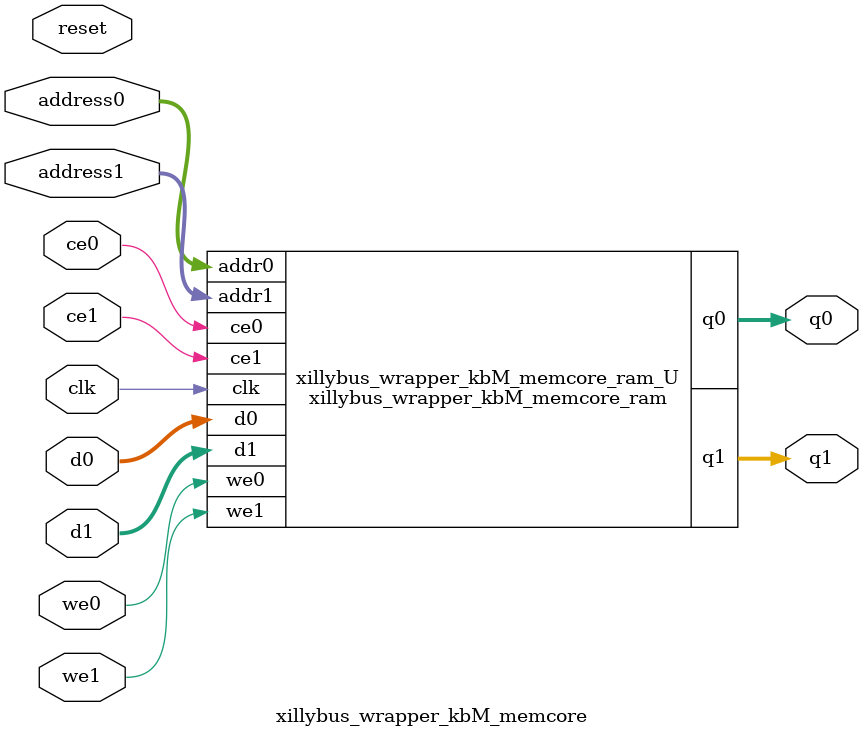
<source format=v>

`timescale 1 ns / 1 ps
module xillybus_wrapper_kbM_memcore_ram (addr0, ce0, d0, we0, q0, addr1, ce1, d1, we1, q1,  clk);

parameter DWIDTH = 26;
parameter AWIDTH = 13;
parameter MEM_SIZE = 8192;

input[AWIDTH-1:0] addr0;
input ce0;
input[DWIDTH-1:0] d0;
input we0;
output reg[DWIDTH-1:0] q0;
input[AWIDTH-1:0] addr1;
input ce1;
input[DWIDTH-1:0] d1;
input we1;
output reg[DWIDTH-1:0] q1;
input clk;

(* ram_style = "block" *)reg [DWIDTH-1:0] ram[0:MEM_SIZE-1];




always @(posedge clk)  
begin 
    if (ce0) 
    begin
        if (we0) 
        begin 
            ram[addr0] <= d0; 
            q0 <= d0;
        end 
        else 
            q0 <= ram[addr0];
    end
end


always @(posedge clk)  
begin 
    if (ce1) 
    begin
        if (we1) 
        begin 
            ram[addr1] <= d1; 
            q1 <= d1;
        end 
        else 
            q1 <= ram[addr1];
    end
end


endmodule


`timescale 1 ns / 1 ps
module xillybus_wrapper_kbM_memcore(
    reset,
    clk,
    address0,
    ce0,
    we0,
    d0,
    q0,
    address1,
    ce1,
    we1,
    d1,
    q1);

parameter DataWidth = 32'd26;
parameter AddressRange = 32'd8192;
parameter AddressWidth = 32'd13;
input reset;
input clk;
input[AddressWidth - 1:0] address0;
input ce0;
input we0;
input[DataWidth - 1:0] d0;
output[DataWidth - 1:0] q0;
input[AddressWidth - 1:0] address1;
input ce1;
input we1;
input[DataWidth - 1:0] d1;
output[DataWidth - 1:0] q1;



xillybus_wrapper_kbM_memcore_ram xillybus_wrapper_kbM_memcore_ram_U(
    .clk( clk ),
    .addr0( address0 ),
    .ce0( ce0 ),
    .d0( d0 ),
    .we0( we0 ),
    .q0( q0 ),
    .addr1( address1 ),
    .ce1( ce1 ),
    .d1( d1 ),
    .we1( we1 ),
    .q1( q1 ));

endmodule


</source>
